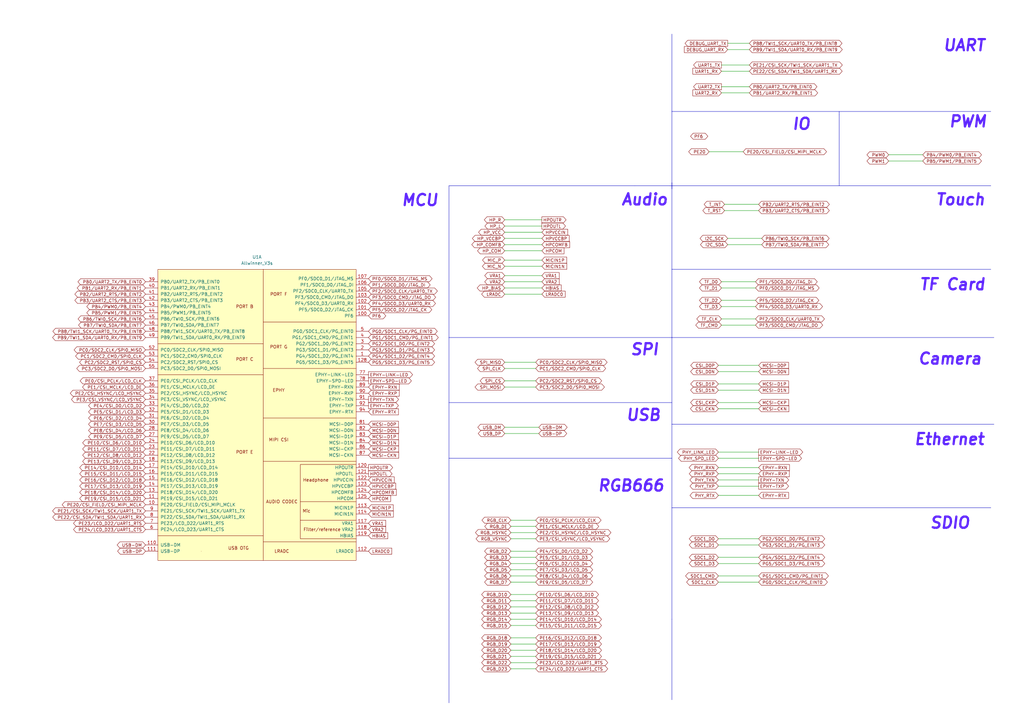
<source format=kicad_sch>
(kicad_sch (version 20231120) (generator "eeschema") (generator_version "8.0")
  (paper "A3")
  (lib_symbols
    (symbol "Allwinner_SiPs:Allwinner_V3s" (pin_names (offset 1.016))
      (property "Reference" "U" (at 0 69.85 0))
      (property "Value" "Allwinner_V3s" (at 0 67.31 0))
      (symbol "Allwinner_V3s_1_1"
        (text "AUDIO CODEC" (at 7.62 -34.29 0) (effects (font (size 1.27 1.27))))
        (text "EPHY" (at 6.35 11.43 0) (effects (font (size 1.27 1.27))))
        (text "Filter/reference" (at 24.13 -45.72 0) (effects (font (size 1.27 1.27))))
        (text "Headphone" (at 21.59 -25.4 0) (effects (font (size 1.27 1.27))))
        (text "LRADC" (at 7.62 -54.61 0) (effects (font (size 1.27 1.27))))
        (text "Mic" (at 17.78 -38.1 0) (effects (font (size 1.27 1.27))))
        (text "MIPI CSI" (at 6.35 -8.89 0) (effects (font (size 1.27 1.27))))
        (text "PORT B" (at -7.62 45.72 0) (effects (font (size 1.27 1.27))))
        (text "PORT C" (at -7.62 24.13 0) (effects (font (size 1.27 1.27))))
        (text "PORT E" (at -7.62 -13.97 0) (effects (font (size 1.27 1.27))))
        (text "PORT F" (at 6.35 50.8 0) (effects (font (size 1.27 1.27))))
        (text "PORT G" (at 6.35 29.21 0) (effects (font (size 1.27 1.27))))
        (text "USB OTG" (at -10.16 -53.34 0) (effects (font (size 1.27 1.27))))
        (pin bidirectional line (at 43.18 25.4 180) (length 5.08) (name "PG4/SDC1_D2/PG_EINT4") (number "1"))
        (pin bidirectional line (at -48.26 -35.56 0) (length 5.08) (name "PE20/CSI_FIELD/CSI_MIPI_MCLK") (number "10"))
        (pin bidirectional line (at 43.18 41.91 180) (length 5.08) (name "PF6") (number "100"))
        (pin bidirectional line (at 43.18 44.45 180) (length 5.08) (name "PF5/SDC0_D2/JTAG_CK") (number "101"))
        (pin bidirectional line (at 43.18 46.99 180) (length 5.08) (name "PF4/SDC0_D3/UART0_RX") (number "102"))
        (pin bidirectional line (at 43.18 49.53 180) (length 5.08) (name "PF3/SDC0_CMD/JTAG_DO") (number "103"))
        (pin bidirectional line (at 43.18 52.07 180) (length 5.08) (name "PF2/SDC0_CLK/UART0_TX") (number "105"))
        (pin bidirectional line (at 43.18 54.61 180) (length 5.08) (name "PF1/SDC0_D0/JTAG_DI") (number "106"))
        (pin bidirectional line (at 43.18 57.15 180) (length 5.08) (name "PF0/SDC0_D1/JTAG_MS") (number "107"))
        (pin bidirectional line (at -48.26 -33.02 0) (length 5.08) (name "PE19/CSI_D15/LCD_D21") (number "11"))
        (pin bidirectional line (at -48.26 -52.07 0) (length 5.08) (name "USB-DM") (number "110"))
        (pin bidirectional line (at -48.26 -54.61 0) (length 5.08) (name "USB-DP") (number "111"))
        (pin input line (at 43.18 -54.61 180) (length 5.08) (name "LRADC0") (number "112"))
        (pin input line (at 43.18 -36.83 180) (length 5.08) (name "MICIN1P") (number "113"))
        (pin input line (at 43.18 -39.37 180) (length 5.08) (name "MICIN1N") (number "114"))
        (pin input line (at 43.18 -43.18 180) (length 5.08) (name "VRA1") (number "117"))
        (pin input line (at 43.18 -45.72 180) (length 5.08) (name "VRA2") (number "118"))
        (pin input line (at 43.18 -48.26 180) (length 5.08) (name "HBIAS") (number "119"))
        (pin output line (at 43.18 -20.32 180) (length 5.08) (name "HPOUTR") (number "120"))
        (pin output line (at 43.18 -22.86 180) (length 5.08) (name "HPOUTL") (number "121"))
        (pin power_in line (at 43.18 -25.4 180) (length 5.08) (name "HPVCCIN") (number "122"))
        (pin input line (at 43.18 -27.94 180) (length 5.08) (name "HPVCCBP") (number "123"))
        (pin input line (at 43.18 -30.48 180) (length 5.08) (name "HPCOMFB") (number "124"))
        (pin input line (at 43.18 -33.02 180) (length 5.08) (name "HPCOM") (number "125"))
        (pin bidirectional line (at 43.18 22.86 180) (length 5.08) (name "PG5/SDC1_D3/PG_EINT5") (number "128"))
        (pin bidirectional line (at -48.26 -30.48 0) (length 5.08) (name "PE18/CSI_D14/LCD_D20") (number "13"))
        (pin bidirectional line (at -48.26 -27.94 0) (length 5.08) (name "PE17/CSI_D13/LCD_D19") (number "14"))
        (pin bidirectional line (at -48.26 -25.4 0) (length 5.08) (name "PE16/CSI_D12/LCD_D18") (number "15"))
        (pin bidirectional line (at -48.26 -22.86 0) (length 5.08) (name "PE15/CSI_D11/LCD_D15") (number "16"))
        (pin bidirectional line (at -48.26 -20.32 0) (length 5.08) (name "PE14/CSI_D10/LCD_D14") (number "17"))
        (pin bidirectional line (at -48.26 -17.78 0) (length 5.08) (name "PE13/CSI_D9/LCD_D13") (number "18"))
        (pin bidirectional line (at 43.18 27.94 180) (length 5.08) (name "PG3/SDC1_D1/PG_EINT3") (number "2"))
        (pin bidirectional line (at -48.26 -15.24 0) (length 5.08) (name "PE12/CSI_D8/LCD_D12") (number "22"))
        (pin bidirectional line (at -48.26 -12.7 0) (length 5.08) (name "PE11/CSI_D7/LCD_D11") (number "23"))
        (pin bidirectional line (at -48.26 -10.16 0) (length 5.08) (name "PE10/CSI_D6/LCD_D10") (number "24"))
        (pin bidirectional line (at -48.26 -7.62 0) (length 5.08) (name "PE9/CSI_D5/LCD_D7") (number "27"))
        (pin bidirectional line (at -48.26 -5.08 0) (length 5.08) (name "PE8/CSI_D4/LCD_D6") (number "28"))
        (pin bidirectional line (at 43.18 30.48 180) (length 5.08) (name "PG2/SDC1_D0/PG_EINT2") (number "3"))
        (pin bidirectional line (at -48.26 -2.54 0) (length 5.08) (name "PE7/CSI_D3/LCD_D5") (number "30"))
        (pin bidirectional line (at -48.26 0 0) (length 5.08) (name "PE6/CSI_D2/LCD_D4") (number "31"))
        (pin bidirectional line (at -48.26 2.54 0) (length 5.08) (name "PE5/CSI_D1/LCD_D3") (number "32"))
        (pin bidirectional line (at -48.26 5.08 0) (length 5.08) (name "PE4/CSI_D0/LCD_D2") (number "33"))
        (pin bidirectional line (at -48.26 7.62 0) (length 5.08) (name "PE3/CSI_VSYNC/LCD_VSYNC") (number "34"))
        (pin bidirectional line (at -48.26 10.16 0) (length 5.08) (name "PE2/CSI_HSYNC/LCD_HSYNC") (number "35"))
        (pin bidirectional line (at -48.26 12.7 0) (length 5.08) (name "PE1/CSI_MCLK/LCD_DE") (number "36"))
        (pin bidirectional line (at -48.26 15.24 0) (length 5.08) (name "PE0/CSI_PCLK/LCD_CLK") (number "37"))
        (pin bidirectional line (at -48.26 55.88 0) (length 5.08) (name "PB0/UART2_TX/PB_EINT0") (number "39"))
        (pin bidirectional line (at 43.18 33.02 180) (length 5.08) (name "PG1/SDC1_CMD/PG_EINT1") (number "4"))
        (pin bidirectional line (at -48.26 53.34 0) (length 5.08) (name "PB1/UART2_RX/PB_EINT1") (number "40"))
        (pin bidirectional line (at -48.26 50.8 0) (length 5.08) (name "PB2/UART2_RTS/PB_EINT2") (number "41"))
        (pin bidirectional line (at -48.26 48.26 0) (length 5.08) (name "PB3/UART2_CTS/PB_EINT3") (number "42"))
        (pin bidirectional line (at -48.26 45.72 0) (length 5.08) (name "PB4/PWM0/PB_EINT4") (number "43"))
        (pin bidirectional line (at -48.26 43.18 0) (length 5.08) (name "PB5/PWM1/PB_EINT5") (number "44"))
        (pin bidirectional line (at -48.26 40.64 0) (length 5.08) (name "PB6/TWI0_SCK/PB_EINT6") (number "45"))
        (pin bidirectional line (at -48.26 38.1 0) (length 5.08) (name "PB7/TWI0_SDA/PB_EINT7") (number "46"))
        (pin bidirectional line (at -48.26 35.56 0) (length 5.08) (name "PB8/TWI1_SCK/UART0_TX/PB_EINT8") (number "48"))
        (pin bidirectional line (at -48.26 33.02 0) (length 5.08) (name "PB9/TWI1_SDA/UART0_RX/PB_EINT9") (number "49"))
        (pin bidirectional line (at 43.18 35.56 180) (length 5.08) (name "PG0/SDC1_CLK/PG_EINT0") (number "5"))
        (pin bidirectional line (at -48.26 27.94 0) (length 5.08) (name "PC0/SDC2_CLK/SPI0_MISO") (number "52"))
        (pin bidirectional line (at -48.26 25.4 0) (length 5.08) (name "PC1/SDC2_CMD/SPI0_CLK") (number "53"))
        (pin bidirectional line (at -48.26 22.86 0) (length 5.08) (name "PC2/SDC2_RST/SPI0_CS") (number "54"))
        (pin bidirectional line (at -48.26 20.32 0) (length 5.08) (name "PC3/SDC2_D0/SPI0_MOSI") (number "55"))
        (pin bidirectional line (at -48.26 -45.72 0) (length 5.08) (name "PE24/LCD_D23/UART1_CTS") (number "6"))
        (pin bidirectional line (at -48.26 -43.18 0) (length 5.08) (name "PE23/LCD_D22/UART1_RTS") (number "7"))
        (pin output line (at 43.18 17.78 180) (length 5.08) (name "EPHY-LINK-LED") (number "77"))
        (pin output line (at 43.18 15.24 180) (length 5.08) (name "EPHY-SPD-LED") (number "78"))
        (pin bidirectional line (at -48.26 -40.64 0) (length 5.08) (name "PE22/CSI_SDA/TWI1_SDA/UART1_RX") (number "8"))
        (pin input line (at 43.18 -2.54 180) (length 5.08) (name "MCSI-D0P") (number "81"))
        (pin input line (at 43.18 -5.08 180) (length 5.08) (name "MCSI-D0N") (number "82"))
        (pin input line (at 43.18 -7.62 180) (length 5.08) (name "MCSI-D1P") (number "83"))
        (pin input line (at 43.18 -10.16 180) (length 5.08) (name "MCSI-D1N") (number "84"))
        (pin input line (at 43.18 -12.7 180) (length 5.08) (name "MCSI-CKP") (number "86"))
        (pin input line (at 43.18 -15.24 180) (length 5.08) (name "MCSI-CKN") (number "87"))
        (pin input line (at 43.18 12.7 180) (length 5.08) (name "EPHY-RXN") (number "89"))
        (pin bidirectional line (at -48.26 -38.1 0) (length 5.08) (name "PE21/CSI_SCK/TWI1_SCK/UART1_TX") (number "9"))
        (pin input line (at 43.18 10.16 180) (length 5.08) (name "EPHY-RXP") (number "90"))
        (pin output line (at 43.18 7.62 180) (length 5.08) (name "EPHY-TXN") (number "91"))
        (pin output line (at 43.18 5.08 180) (length 5.08) (name "EPHY-TXP") (number "92"))
        (pin input line (at 43.18 2.54 180) (length 5.08) (name "EPHY-RTX") (number "94"))
      )
      (symbol "Allwinner_V3s_2_1"
        (text "1.0 - 1.2 V" (at 6.35 -30.48 0) (effects (font (size 0.9906 0.9906))))
        (text "1.2 V" (at -6.35 -27.94 0) (effects (font (size 0.9906 0.9906))))
        (text "1.2 V" (at -6.35 -7.62 0) (effects (font (size 0.9906 0.9906))))
        (text "1.7 - 1.9 V" (at 5.08 -10.16 0) (effects (font (size 0.9906 0.9906))))
        (text "1.7 - 3.6 V" (at -10.16 39.37 0) (effects (font (size 0.9906 0.9906))))
        (text "2.7 - 3.3 V" (at -6.35 3.81 0) (effects (font (size 0.9906 0.9906))))
        (text "2.8 - 3.3 V" (at -6.35 19.05 0) (effects (font (size 0.9906 0.9906))))
        (text "2.8 - 3.6 V" (at 12.7 -35.56 0) (effects (font (size 0.9906 0.9906))))
        (text "3.0 - 3.45 V" (at -6.35 8.89 0) (effects (font (size 0.9906 0.9906))))
        (text "3.0 - 3.6 V" (at -6.35 13.97 0) (effects (font (size 0.9906 0.9906))))
        (text "3.0 - 3.6 V" (at 6.35 26.67 0) (effects (font (size 0.9906 0.9906))))
        (text "DRAM" (at 6.35 10.16 0) (effects (font (size 1.27 1.27))))
        (text "RTC" (at 6.35 21.59 0) (effects (font (size 1.27 1.27))))
        (text "SYS" (at 6.35 34.29 0) (effects (font (size 1.27 1.27))))
        (pin power_in line (at -27.94 36.83 0) (length 5.08) (name "VCC-IO0(PB)") (number "104"))
        (pin power_in line (at -27.94 -3.81 0) (length 5.08) (name "VDD-SYS1") (number "108"))
        (pin power_in line (at -27.94 8.89 0) (length 5.08) (name "VCC-USB") (number "109"))
        (pin power_in line (at -27.94 19.05 0) (length 5.08) (name "AVCC") (number "115"))
        (pin power_in line (at -1.27 -46.99 90) (length 5.08) (name "AGND") (number "116"))
        (pin power_in line (at -27.94 26.67 0) (length 5.08) (name "VCC-PE0") (number "12"))
        (pin power_in line (at -27.94 -6.35 0) (length 5.08) (name "VDD-SYS2") (number "126"))
        (pin power_in line (at -27.94 34.29 0) (length 5.08) (name "VCC-IO1(PC)") (number "127"))
        (pin power_in line (at 2.54 -46.99 90) (length 5.08) (name "EGND") (number "129"))
        (pin power_in line (at -27.94 -8.89 0) (length 5.08) (name "VDD-SYS3") (number "19"))
        (pin power_in line (at -27.94 -27.94 0) (length 5.08) (name "VDD-CPU3") (number "20"))
        (pin power_in line (at -27.94 -25.4 0) (length 5.08) (name "VDD-CPU2") (number "21"))
        (pin power_in line (at -27.94 -22.86 0) (length 5.08) (name "VDD-CPU1") (number "25"))
        (pin power_in line (at -27.94 -20.32 0) (length 5.08) (name "VDD-CPU0") (number "26"))
        (pin power_in line (at -27.94 24.13 0) (length 5.08) (name "VCC-PE1") (number "29"))
        (pin power_in line (at -27.94 -30.48 0) (length 5.08) (name "VDD-CPU4") (number "38"))
        (pin power_in line (at -27.94 -33.02 0) (length 5.08) (name "VDD-CPU5") (number "47"))
        (pin power_in line (at -27.94 29.21 0) (length 5.08) (name "VCC-IO3(PG)") (number "50"))
        (pin power_in line (at -27.94 -35.56 0) (length 5.08) (name "VDD-CPU6") (number "51"))
        (pin power_in line (at -27.94 -38.1 0) (length 5.08) (name "VDD-CPU7") (number "56"))
        (pin power_in line (at -27.94 31.75 0) (length 5.08) (name "VCC-IO2(PF)") (number "57"))
        (pin power_in line (at -27.94 -11.43 0) (length 5.08) (name "VDD-SYS4") (number "58"))
        (pin power_in line (at 27.94 -17.78 180) (length 5.08) (name "VCC-DRAM8") (number "59"))
        (pin power_in line (at 27.94 -20.32 180) (length 5.08) (name "VCC-DRAM9") (number "60"))
        (pin power_in line (at 27.94 -22.86 180) (length 5.08) (name "VCC-DRAM10") (number "61"))
        (pin power_in line (at 27.94 -25.4 180) (length 5.08) (name "VCC-DRAM11") (number "62"))
        (pin input line (at 27.94 7.62 180) (length 5.08) (name "SVREF1") (number "63"))
        (pin power_in line (at -27.94 -13.97 0) (length 5.08) (name "VDD-SYS5") (number "64"))
        (pin power_in line (at 27.94 2.54 180) (length 5.08) (name "VCC-DRAM0") (number "65"))
        (pin power_in line (at 27.94 0 180) (length 5.08) (name "VCC-DRAM1") (number "66"))
        (pin power_in line (at 27.94 -2.54 180) (length 5.08) (name "VCC-DRAM2") (number "67"))
        (pin power_in line (at 27.94 -5.08 180) (length 5.08) (name "VCC-DRAM3") (number "68"))
        (pin power_in line (at 27.94 -7.62 180) (length 5.08) (name "VCC-DRAM4") (number "69"))
        (pin power_in line (at 27.94 -10.16 180) (length 5.08) (name "VCC-DRAM5") (number "70"))
        (pin input line (at 27.94 10.16 180) (length 5.08) (name "SVREF0") (number "71"))
        (pin power_in line (at 27.94 -12.7 180) (length 5.08) (name "VCC-DRAM6") (number "72"))
        (pin input line (at 27.94 12.7 180) (length 5.08) (name "SZQ") (number "73"))
        (pin output line (at 27.94 31.75 180) (length 5.08) (name "X24MOUT") (number "74"))
        (pin input line (at 27.94 34.29 180) (length 5.08) (name "X24MIN") (number "75"))
        (pin power_in line (at -27.94 3.81 0) (length 5.08) (name "VCC-PLL") (number "76"))
        (pin power_in line (at 27.94 -15.24 180) (length 5.08) (name "VCC-DRAM7") (number "79"))
        (pin power_in line (at -27.94 -1.27 0) (length 5.08) (name "VDD-SYS0") (number "80"))
        (pin power_in line (at -27.94 13.97 0) (length 5.08) (name "VCC-MCSI") (number "85"))
        (pin power_in line (at 27.94 -30.48 180) (length 5.08) (name "EPHY-VDD") (number "88"))
        (pin power_in line (at 27.94 -38.1 180) (length 5.08) (name "EPHY-VCC") (number "93"))
        (pin output line (at 27.94 17.78 180) (length 5.08) (name "X32KOUT") (number "95"))
        (pin input line (at 27.94 20.32 180) (length 5.08) (name "X32KIN") (number "96"))
        (pin power_out line (at 27.94 24.13 180) (length 5.08) (name "RTC-VIO") (number "97"))
        (pin power_in line (at 27.94 26.67 180) (length 5.08) (name "VCC-RTC") (number "98"))
        (pin input line (at 27.94 38.1 180) (length 5.08) (name "~{RESET}") (number "99"))
      )
    )
  )
  (wire (pts (xy 295.91 29.21) (xy 307.34 29.21)))
  (wire (pts (xy 207.01 120.65) (xy 222.25 120.65)))
  (wire (pts (xy 209.55 220.98) (xy 219.71 220.98)))
  (wire (pts (xy 207.01 156.21) (xy 219.71 156.21)))
  (wire (pts (xy 207.01 158.75) (xy 219.71 158.75)))
  (wire (pts (xy 304.8 62.23) (xy 290.83 62.23)))
  (wire (pts (xy 294.64 187.96) (xy 311.15 187.96)))
  (wire (pts (xy 207.01 113.03) (xy 222.25 113.03)))
  (wire (pts (xy 209.55 256.54) (xy 219.71 256.54)))
  (wire (pts (xy 207.01 92.71) (xy 222.25 92.71)))
  (wire (pts (xy 207.01 90.17) (xy 222.25 90.17)))
  (wire (pts (xy 207.01 148.59) (xy 219.71 148.59)))
  (wire (pts (xy 311.15 83.82) (xy 297.18 83.82)))
  (wire (pts (xy 207.01 118.11) (xy 222.25 118.11)))
  (polyline (pts (xy 275.59 138.43) (xy 407.67 138.43)))
  (wire (pts (xy 378.46 63.5) (xy 364.49 63.5)))
  (wire (pts (xy 294.64 199.39) (xy 311.15 199.39)))
  (polyline (pts (xy 184.15 76.2) (xy 184.15 138.43)))
  (wire (pts (xy 294.64 203.2) (xy 311.15 203.2)))
  (wire (pts (xy 312.42 100.33) (xy 298.45 100.33)))
  (wire (pts (xy 378.46 66.04) (xy 364.49 66.04)))
  (wire (pts (xy 209.55 274.32) (xy 219.71 274.32)))
  (polyline (pts (xy 260.35 76.2) (xy 184.15 76.2)))
  (wire (pts (xy 209.55 264.16) (xy 219.71 264.16)))
  (wire (pts (xy 295.91 118.11) (xy 309.88 118.11)))
  (wire (pts (xy 209.55 231.14) (xy 219.71 231.14)))
  (wire (pts (xy 295.91 115.57) (xy 309.88 115.57)))
  (wire (pts (xy 207.01 95.25) (xy 222.25 95.25)))
  (wire (pts (xy 311.15 236.22) (xy 294.64 236.22)))
  (polyline (pts (xy 275.59 110.49) (xy 275.59 138.43)))
  (polyline (pts (xy 275.59 208.28) (xy 275.59 254)))
  (wire (pts (xy 295.91 35.56) (xy 307.34 35.56)))
  (wire (pts (xy 295.91 26.67) (xy 307.34 26.67)))
  (polyline (pts (xy 275.59 76.2) (xy 406.4 76.2)))
  (wire (pts (xy 311.15 86.36) (xy 297.18 86.36)))
  (polyline (pts (xy 184.15 138.43) (xy 184.15 288.29)))
  (wire (pts (xy 294.64 157.48) (xy 311.15 157.48)))
  (wire (pts (xy 207.01 97.79) (xy 222.25 97.79)))
  (wire (pts (xy 207.01 100.33) (xy 222.25 100.33)))
  (wire (pts (xy 294.64 152.4) (xy 311.15 152.4)))
  (wire (pts (xy 298.45 20.32) (xy 307.34 20.32)))
  (polyline (pts (xy 344.17 46.99) (xy 344.17 76.2)))
  (polyline (pts (xy 275.59 138.43) (xy 184.15 138.43)))
  (wire (pts (xy 207.01 151.13) (xy 219.71 151.13)))
  (polyline (pts (xy 275.59 110.49) (xy 406.4 110.49)))
  (wire (pts (xy 209.55 243.84) (xy 219.71 243.84)))
  (polyline (pts (xy 275.59 45.72) (xy 275.59 110.49)))
  (polyline (pts (xy 275.59 173.99) (xy 275.59 208.28)))
  (wire (pts (xy 207.01 106.68) (xy 222.25 106.68)))
  (wire (pts (xy 311.15 231.14) (xy 294.64 231.14)))
  (wire (pts (xy 209.55 238.76) (xy 219.71 238.76)))
  (polyline (pts (xy 344.17 45.72) (xy 344.17 46.99)))
  (polyline (pts (xy 275.59 74.93) (xy 275.59 77.47)))
  (wire (pts (xy 298.45 17.78) (xy 307.34 17.78)))
  (wire (pts (xy 207.01 102.87) (xy 222.25 102.87)))
  (polyline (pts (xy 275.59 254) (xy 275.59 287.02)))
  (wire (pts (xy 295.91 125.73) (xy 309.88 125.73)))
  (wire (pts (xy 209.55 266.7) (xy 219.71 266.7)))
  (polyline (pts (xy 184.15 187.96) (xy 275.59 187.96)))
  (wire (pts (xy 294.64 149.86) (xy 311.15 149.86)))
  (polyline (pts (xy 275.59 13.97) (xy 275.59 45.72)))
  (wire (pts (xy 295.91 38.1) (xy 307.34 38.1)))
  (wire (pts (xy 295.91 130.81) (xy 309.88 130.81)))
  (wire (pts (xy 209.55 236.22) (xy 219.71 236.22)))
  (wire (pts (xy 294.64 160.02) (xy 311.15 160.02)))
  (wire (pts (xy 209.55 246.38) (xy 219.71 246.38)))
  (polyline (pts (xy 275.59 208.28) (xy 406.4 208.28)))
  (wire (pts (xy 209.55 254) (xy 219.71 254)))
  (polyline (pts (xy 260.35 76.2) (xy 275.59 76.2)))
  (wire (pts (xy 311.15 228.6) (xy 294.64 228.6)))
  (wire (pts (xy 295.91 133.35) (xy 309.88 133.35)))
  (wire (pts (xy 294.64 185.42) (xy 311.15 185.42)))
  (wire (pts (xy 207.01 175.26) (xy 220.98 175.26)))
  (polyline (pts (xy 275.59 173.99) (xy 275.59 138.43)))
  (wire (pts (xy 294.64 194.31) (xy 311.15 194.31)))
  (wire (pts (xy 295.91 123.19) (xy 309.88 123.19)))
  (polyline (pts (xy 407.67 173.99) (xy 275.59 173.99)))
  (wire (pts (xy 209.55 213.36) (xy 219.71 213.36)))
  (wire (pts (xy 209.55 251.46) (xy 219.71 251.46)))
  (polyline (pts (xy 184.15 165.1) (xy 275.59 165.1)))
  (wire (pts (xy 312.42 97.79) (xy 298.45 97.79)))
  (wire (pts (xy 311.15 238.76) (xy 294.64 238.76)))
  (wire (pts (xy 207.01 115.57) (xy 222.25 115.57)))
  (wire (pts (xy 294.64 167.64) (xy 311.15 167.64)))
  (wire (pts (xy 311.15 223.52) (xy 294.64 223.52)))
  (wire (pts (xy 311.15 220.98) (xy 294.64 220.98)))
  (wire (pts (xy 209.55 218.44) (xy 219.71 218.44)))
  (wire (pts (xy 207.01 177.8) (xy 220.98 177.8)))
  (wire (pts (xy 294.64 165.1) (xy 311.15 165.1)))
  (wire (pts (xy 294.64 191.77) (xy 311.15 191.77)))
  (wire (pts (xy 294.64 196.85) (xy 311.15 196.85)))
  (wire (pts (xy 209.55 215.9) (xy 219.71 215.9)))
  (wire (pts (xy 207.01 109.22) (xy 222.25 109.22)))
  (wire (pts (xy 209.55 233.68) (xy 219.71 233.68)))
  (wire (pts (xy 209.55 271.78) (xy 219.71 271.78)))
  (wire (pts (xy 209.55 228.6) (xy 219.71 228.6)))
  (polyline (pts (xy 275.59 45.72) (xy 406.4 45.72)))
  (wire (pts (xy 209.55 269.24) (xy 219.71 269.24)))
  (wire (pts (xy 209.55 248.92) (xy 219.71 248.92)))
  (wire (pts (xy 209.55 261.62) (xy 219.71 261.62)))
  (wire (pts (xy 209.55 226.06) (xy 219.71 226.06)))
  (text "TF Card\n" (at 390.652 116.84 0) (effects (font (size 4.572 4.572) (thickness 0.9144) (bold yes) (italic yes))))
  (text "USB\n" (at 263.906 170.434 0) (effects (font (size 4.572 4.572) (thickness 0.9144) (bold yes) (italic yes))))
  (text "SPI\n" (at 264.414 143.51 0) (effects (font (size 4.572 4.572) (thickness 0.9144) (bold yes) (italic yes))))
  (text "MCU\n" (at 172.212 82.296 0) (effects (font (size 4.572 4.572) (thickness 0.9144) (bold yes) (italic yes))))
  (text "Camera" (at 389.636 147.32 0) (effects (font (size 4.572 4.572) (thickness 0.9144) (bold yes) (italic yes))))
  (text "UART" (at 395.478 18.796 0) (effects (font (size 4.572 4.572) (thickness 0.9144) (bold yes) (italic yes))))
  (text "PWM" (at 397.002 50.038 0) (effects (font (size 4.572 4.572) (thickness 0.9144) (bold yes) (italic yes))))
  (text "Audio" (at 264.414 82.042 0) (effects (font (size 4.572 4.572) (thickness 0.9144) (bold yes) (italic yes))))
  (text "SDIO\n" (at 389.636 214.63 0) (effects (font (size 4.572 4.572) (thickness 0.9144) (bold yes) (italic yes))))
  (text "Touch" (at 393.954 82.042 0) (effects (font (size 4.572 4.572) (thickness 0.9144) (bold yes) (italic yes))))
  (text "Ethernet" (at 389.382 180.34 0) (effects (font (size 4.572 4.572) (thickness 0.9144) (bold yes) (italic yes))))
  (text "RGB666\n" (at 258.826 199.39 0) (effects (font (size 4.572 4.572) (thickness 0.9144) (bold yes) (italic yes))))
  (text "IO" (at 328.676 51.054 0) (effects (font (size 4.572 4.572) (thickness 0.9144) (bold yes) (italic yes))))
  (global_label "PF2/SDC0_CLK/UART0_TX" (shape bidirectional) (at 151.13 119.38 0) (property "Intersheetrefs" "${INTERSHEET_REFS}" (effects (hide yes))))
  (global_label "USB_DM" (shape bidirectional) (at 207.01 175.26 180) (property "Intersheetrefs" "${INTERSHEET_REFS}" (effects (hide yes))))
  (global_label "PB7/TWI0_SDA/PB_EINT7" (shape bidirectional) (at 312.42 100.33 0) (property "Intersheetrefs" "${INTERSHEET_REFS}" (effects (hide yes))))
  (global_label "MCSI-D1P" (shape input) (at 311.15 157.48 0) (property "Intersheetrefs" "${INTERSHEET_REFS}" (effects (hide yes))))
  (global_label "PF4/SDC0_D3/UART0_RX" (shape bidirectional) (at 309.88 125.73 0) (property "Intersheetrefs" "${INTERSHEET_REFS}" (effects (hide yes))))
  (global_label "PHY_RTX" (shape bidirectional) (at 294.64 203.2 180) (property "Intersheetrefs" "${INTERSHEET_REFS}" (effects (hide yes))))
  (global_label "PE6/CSI_D2/LCD_D4" (shape bidirectional) (at 59.69 171.45 180) (property "Intersheetrefs" "${INTERSHEET_REFS}" (effects (hide yes))))
  (global_label "PG4/SDC1_D2/PG_EINT4" (shape bidirectional) (at 311.15 228.6 0) (property "Intersheetrefs" "${INTERSHEET_REFS}" (effects (hide yes))))
  (global_label "RGB_D20" (shape bidirectional) (at 209.55 266.7 180) (property "Intersheetrefs" "${INTERSHEET_REFS}" (effects (hide yes))))
  (global_label "PC1/SDC2_CMD/SPI0_CLK" (shape bidirectional) (at 59.69 146.05 180) (property "Intersheetrefs" "${INTERSHEET_REFS}" (effects (hide yes))))
  (global_label "PE11/CSI_D7/LCD_D11" (shape bidirectional) (at 59.69 184.15 180) (property "Intersheetrefs" "${INTERSHEET_REFS}" (effects (hide yes))))
  (global_label "RGB_D13" (shape bidirectional) (at 209.55 251.46 180) (property "Intersheetrefs" "${INTERSHEET_REFS}" (effects (hide yes))))
  (global_label "MCSI-D0P" (shape input) (at 311.15 149.86 0) (property "Intersheetrefs" "${INTERSHEET_REFS}" (effects (hide yes))))
  (global_label "PB3/UART2_CTS/PB_EINT3" (shape bidirectional) (at 311.15 86.36 0) (property "Intersheetrefs" "${INTERSHEET_REFS}" (effects (hide yes))))
  (global_label "HP_VCCBP" (shape bidirectional) (at 207.01 97.79 180) (property "Intersheetrefs" "${INTERSHEET_REFS}" (effects (hide yes))))
  (global_label "CSI_CKP" (shape bidirectional) (at 294.64 165.1 180) (property "Intersheetrefs" "${INTERSHEET_REFS}" (effects (hide yes))))
  (global_label "HPCOMFB" (shape input) (at 151.13 201.93 0) (property "Intersheetrefs" "${INTERSHEET_REFS}" (effects (hide yes))))
  (global_label "PB2/UART2_RTS/PB_EINT2" (shape bidirectional) (at 59.69 120.65 180) (property "Intersheetrefs" "${INTERSHEET_REFS}" (effects (hide yes))))
  (global_label "PE18/CSI_D14/LCD_D20" (shape bidirectional) (at 219.71 266.7 0) (property "Intersheetrefs" "${INTERSHEET_REFS}" (effects (hide yes))))
  (global_label "RGB_D21" (shape bidirectional) (at 209.55 269.24 180) (property "Intersheetrefs" "${INTERSHEET_REFS}" (effects (hide yes))))
  (global_label "CSI_CKN" (shape bidirectional) (at 294.64 167.64 180) (property "Intersheetrefs" "${INTERSHEET_REFS}" (effects (hide yes))))
  (global_label "RGB_D3" (shape bidirectional) (at 209.55 228.6 180) (property "Intersheetrefs" "${INTERSHEET_REFS}" (effects (hide yes))))
  (global_label "PG4/SDC1_D2/PG_EINT4" (shape bidirectional) (at 151.13 146.05 0) (property "Intersheetrefs" "${INTERSHEET_REFS}" (effects (hide yes))))
  (global_label "PC0/SDC2_CLK/SPI0_MISO" (shape bidirectional) (at 219.71 148.59 0) (property "Intersheetrefs" "${INTERSHEET_REFS}" (effects (hide yes))))
  (global_label "SPI_CS" (shape bidirectional) (at 207.01 156.21 180) (property "Intersheetrefs" "${INTERSHEET_REFS}" (effects (hide yes))))
  (global_label "SPI_CLK" (shape bidirectional) (at 207.01 151.13 180) (property "Intersheetrefs" "${INTERSHEET_REFS}" (effects (hide yes))))
  (global_label "PE19/CSI_D15/LCD_D21" (shape bidirectional) (at 219.71 269.24 0) (property "Intersheetrefs" "${INTERSHEET_REFS}" (effects (hide yes))))
  (global_label "PE9/CSI_D5/LCD_D7" (shape bidirectional) (at 59.69 179.07 180) (property "Intersheetrefs" "${INTERSHEET_REFS}" (effects (hide yes))))
  (global_label "UART1_RX" (shape input) (at 295.91 29.21 180) (property "Intersheetrefs" "${INTERSHEET_REFS}" (effects (hide yes))))
  (global_label "VRA2" (shape input) (at 151.13 217.17 0) (property "Intersheetrefs" "${INTERSHEET_REFS}" (effects (hide yes))))
  (global_label "PE0/CSI_PCLK/LCD_CLK" (shape bidirectional) (at 59.69 156.21 180) (property "Intersheetrefs" "${INTERSHEET_REFS}" (effects (hide yes))))
  (global_label "RGB_D22" (shape bidirectional) (at 209.55 271.78 180) (property "Intersheetrefs" "${INTERSHEET_REFS}" (effects (hide yes))))
  (global_label "CSI_D0P" (shape bidirectional) (at 294.64 149.86 180) (property "Intersheetrefs" "${INTERSHEET_REFS}" (effects (hide yes))))
  (global_label "PWM1" (shape bidirectional) (at 364.49 66.04 180) (property "Intersheetrefs" "${INTERSHEET_REFS}" (effects (hide yes))))
  (global_label "PB9{slash}TWI1_SDA{slash}UART0_RX{slash}PB_EINT9" (shape bidirectional) (at 307.34 20.32 0) (property "Intersheetrefs" "${INTERSHEET_REFS}" (effects (hide yes))))
  (global_label "RGB_VSYNC" (shape bidirectional) (at 209.55 220.98 180) (property "Intersheetrefs" "${INTERSHEET_REFS}" (effects (hide yes))))
  (global_label "EPHY-TXP" (shape output) (at 151.13 166.37 0) (property "Intersheetrefs" "${INTERSHEET_REFS}" (effects (hide yes))))
  (global_label "PE10/CSI_D6/LCD_D10" (shape bidirectional) (at 219.71 243.84 0) (property "Intersheetrefs" "${INTERSHEET_REFS}" (effects (hide yes))))
  (global_label "PE17/CSI_D13/LCD_D19" (shape bidirectional) (at 59.69 199.39 180) (property "Intersheetrefs" "${INTERSHEET_REFS}" (effects (hide yes))))
  (global_label "RGB_HSYNC" (shape bidirectional) (at 209.55 218.44 180) (property "Intersheetrefs" "${INTERSHEET_REFS}" (effects (hide yes))))
  (global_label "PB7/TWI0_SDA/PB_EINT7" (shape bidirectional) (at 59.69 133.35 180) (property "Intersheetrefs" "${INTERSHEET_REFS}" (effects (hide yes))))
  (global_label "SPI_MISO" (shape bidirectional) (at 207.01 148.59 180) (property "Intersheetrefs" "${INTERSHEET_REFS}" (effects (hide yes))))
  (global_label "PE24/LCD_D23/UART1_CTS" (shape bidirectional) (at 219.71 274.32 0) (property "Intersheetrefs" "${INTERSHEET_REFS}" (effects (hide yes))))
  (global_label "PC1/SDC2_CMD/SPI0_CLK" (shape bidirectional) (at 219.71 151.13 0) (property "Intersheetrefs" "${INTERSHEET_REFS}" (effects (hide yes))))
  (global_label "PE2/CSI_HSYNC/LCD_HSYNC" (shape bidirectional) (at 59.69 161.29 180) (property "Intersheetrefs" "${INTERSHEET_REFS}" (effects (hide yes))))
  (global_label "PC2/SDC2_RST/SPI0_CS" (shape bidirectional) (at 219.71 156.21 0) (property "Intersheetrefs" "${INTERSHEET_REFS}" (effects (hide yes))))
  (global_label "LRADC0" (shape input) (at 151.13 226.06 0) (property "Intersheetrefs" "${INTERSHEET_REFS}" (effects (hide yes))))
  (global_label "HPVCCBP" (shape input) (at 151.13 199.39 0) (property "Intersheetrefs" "${INTERSHEET_REFS}" (effects (hide yes))))
  (global_label "EPHY-SPD-LED" (shape output) (at 311.15 187.96 0) (property "Intersheetrefs" "${INTERSHEET_REFS}" (effects (hide yes))))
  (global_label "PE5/CSI_D1/LCD_D3" (shape bidirectional) (at 59.69 168.91 180) (property "Intersheetrefs" "${INTERSHEET_REFS}" (effects (hide yes))))
  (global_label "EPHY-RXP" (shape input) (at 311.15 194.31 0) (property "Intersheetrefs" "${INTERSHEET_REFS}" (effects (hide yes))))
  (global_label "PE15/CSI_D11/LCD_D15" (shape bidirectional) (at 59.69 194.31 180) (property "Intersheetrefs" "${INTERSHEET_REFS}" (effects (hide yes))))
  (global_label "HPVCCIN" (shape input) (at 222.25 95.25 0) (property "Intersheetrefs" "${INTERSHEET_REFS}" (effects (hide yes))))
  (global_label "SDC1_D1" (shape bidirectional) (at 294.64 223.52 180) (property "Intersheetrefs" "${INTERSHEET_REFS}" (effects (hide yes))))
  (global_label "VRA1" (shape input) (at 222.25 113.03 0) (property "Intersheetrefs" "${INTERSHEET_REFS}" (effects (hide yes))))
  (global_label "MICIN1P" (shape input) (at 151.13 208.28 0) (property "Intersheetrefs" "${INTERSHEET_REFS}" (effects (hide yes))))
  (global_label "MCSI-CKP" (shape input) (at 311.15 165.1 0) (property "Intersheetrefs" "${INTERSHEET_REFS}" (effects (hide yes))))
  (global_label "PE14/CSI_D10/LCD_D14" (shape bidirectional) (at 219.71 254 0) (property "Intersheetrefs" "${INTERSHEET_REFS}" (effects (hide yes))))
  (global_label "PE19/CSI_D15/LCD_D21" (shape bidirectional) (at 59.69 204.47 180) (property "Intersheetrefs" "${INTERSHEET_REFS}" (effects (hide yes))))
  (global_label "SDC1_CLK" (shape bidirectional) (at 294.64 238.76 180) (property "Intersheetrefs" "${INTERSHEET_REFS}" (effects (hide yes))))
  (global_label "PF6" (shape bidirectional) (at 283.21 55.88 0) (property "Intersheetrefs" "${INTERSHEET_REFS}" (effects (hide yes))))
  (global_label "PG2/SDC1_D0/PG_EINT2" (shape bidirectional) (at 311.15 220.98 0) (property "Intersheetrefs" "${INTERSHEET_REFS}" (effects (hide yes))))
  (global_label "PE21/CSI_SCK/TWI1_SCK/UART1_TX" (shape bidirectional) (at 59.69 209.55 180) (property "Intersheetrefs" "${INTERSHEET_REFS}" (effects (hide yes))))
  (global_label "PB6/TWI0_SCK/PB_EINT6" (shape bidirectional) (at 312.42 97.79 0) (property "Intersheetrefs" "${INTERSHEET_REFS}" (effects (hide yes))))
  (global_label "PE11/CSI_D7/LCD_D11" (shape bidirectional) (at 219.71 246.38 0) (property "Intersheetrefs" "${INTERSHEET_REFS}" (effects (hide yes))))
  (global_label "PWM0" (shape bidirectional) (at 364.49 63.5 180) (property "Intersheetrefs" "${INTERSHEET_REFS}" (effects (hide yes))))
  (global_label "CSI_D1N" (shape bidirectional) (at 294.64 160.02 180) (property "Intersheetrefs" "${INTERSHEET_REFS}" (effects (hide yes))))
  (global_label "HP_BIAS" (shape bidirectional) (at 207.01 118.11 180) (property "Intersheetrefs" "${INTERSHEET_REFS}" (effects (hide yes))))
  (global_label "PE8/CSI_D4/LCD_D6" (shape bidirectional) (at 219.71 236.22 0) (property "Intersheetrefs" "${INTERSHEET_REFS}" (effects (hide yes))))
  (global_label "SDC1_D2" (shape bidirectional) (at 294.64 228.6 180) (property "Intersheetrefs" "${INTERSHEET_REFS}" (effects (hide yes))))
  (global_label "EPHY-LINK-LED" (shape output) (at 311.15 185.42 0) (property "Intersheetrefs" "${INTERSHEET_REFS}" (effects (hide yes))))
  (global_label "PE16/CSI_D12/LCD_D18" (shape bidirectional) (at 59.69 196.85 180) (property "Intersheetrefs" "${INTERSHEET_REFS}" (effects (hide yes))))
  (global_label "MICIN1N" (shape input) (at 222.25 109.22 0) (property "Intersheetrefs" "${INTERSHEET_REFS}" (effects (hide yes))))
  (global_label "PE22/CSI_SDA/TWI1_SDA/UART1_RX" (shape bidirectional) (at 59.69 212.09 180) (property "Intersheetrefs" "${INTERSHEET_REFS}" (effects (hide yes))))
  (global_label "EPHY-SPD-LED" (shape output) (at 151.13 156.21 0) (property "Intersheetrefs" "${INTERSHEET_REFS}" (effects (hide yes))))
  (global_label "VRA1" (shape bidirectional) (at 207.01 113.03 180) (property "Intersheetrefs" "${INTERSHEET_REFS}" (effects (hide yes))))
  (global_label "PE7/CSI_D3/LCD_D5" (shape bidirectional) (at 59.69 173.99 180) (property "Intersheetrefs" "${INTERSHEET_REFS}" (effects (hide yes))))
  (global_label "MICIN1N" (shape input) (at 151.13 210.82 0) (property "Intersheetrefs" "${INTERSHEET_REFS}" (effects (hide yes))))
  (global_label "PE20/CSI_FIELD/CSI_MIPI_MCLK" (shape bidirectional) (at 304.8 62.23 0) (property "Intersheetrefs" "${INTERSHEET_REFS}" (effects (hide yes))))
  (global_label "PE3/CSI_VSYNC/LCD_VSYNC" (shape bidirectional) (at 219.71 220.98 0) (property "Intersheetrefs" "${INTERSHEET_REFS}" (effects (hide yes))))
  (global_label "TF_D2" (shape bidirectional) (at 295.91 123.19 180) (property "Intersheetrefs" "${INTERSHEET_REFS}" (effects (hide yes))))
  (global_label "RGB_CLK" (shape bidirectional) (at 209.55 213.36 180) (property "Intersheetrefs" "${INTERSHEET_REFS}" (effects (hide yes))))
  (global_label "PC0/SDC2_CLK/SPI0_MISO" (shape bidirectional) (at 59.69 143.51 180) (property "Intersheetrefs" "${INTERSHEET_REFS}" (effects (hide yes))))
  (global_label "PG0/SDC1_CLK/PG_EINT0" (shape bidirectional) (at 311.15 238.76 0) (property "Intersheetrefs" "${INTERSHEET_REFS}" (effects (hide yes))))
  (global_label "HBIAS" (shape input) (at 222.25 118.11 0) (property "Intersheetrefs" "${INTERSHEET_REFS}" (effects (hide yes))))
  (global_label "HP_R" (shape bidirectional) (at 207.01 90.17 180) (property "Intersheetrefs" "${INTERSHEET_REFS}" (effects (hide yes))))
  (global_label "PG3/SDC1_D1/PG_EINT3" (shape bidirectional) (at 151.13 143.51 0) (property "Intersheetrefs" "${INTERSHEET_REFS}" (effects (hide yes))))
  (global_label "RGB_D15" (shape bidirectional) (at 209.55 256.54 180) (property "Intersheetrefs" "${INTERSHEET_REFS}" (effects (hide yes))))
  (global_label "HP_COM" (shape bidirectional) (at 207.01 102.87 180) (property "Intersheetrefs" "${INTERSHEET_REFS}" (effects (hide yes))))
  (global_label "VRA2" (shape input) (at 222.25 115.57 0) (property "Intersheetrefs" "${INTERSHEET_REFS}" (effects (hide yes))))
  (global_label "DEBUG_UART_RX" (shape input) (at 298.45 20.32 180) (property "Intersheetrefs" "${INTERSHEET_REFS}" (effects (hide yes))))
  (global_label "EPHY-RXP" (shape input) (at 151.13 161.29 0) (property "Intersheetrefs" "${INTERSHEET_REFS}" (effects (hide yes))))
  (global_label "PHY_TXP" (shape bidirectional) (at 294.64 199.39 180) (property "Intersheetrefs" "${INTERSHEET_REFS}" (effects (hide yes))))
  (global_label "PE22{slash}CSI_SDA{slash}TWI1_SDA{slash}UART1_RX" (shape bidirectional) (at 307.34 29.21 0) (property "Intersheetrefs" "${INTERSHEET_REFS}" (effects (hide yes))))
  (global_label "PF0/SDC0_D1/JTAG_MS" (shape bidirectional) (at 151.13 114.3 0) (property "Intersheetrefs" "${INTERSHEET_REFS}" (effects (hide yes))))
  (global_label "MCSI-CKN" (shape input) (at 311.15 167.64 0) (property "Intersheetrefs" "${INTERSHEET_REFS}" (effects (hide yes))))
  (global_label "PB4/PWM0/PB_EINT4" (shape bidirectional) (at 59.69 125.73 180) (property "Intersheetrefs" "${INTERSHEET_REFS}" (effects (hide yes))))
  (global_label "T_INT" (shape bidirectional) (at 297.18 83.82 180) (property "Intersheetrefs" "${INTERSHEET_REFS}" (effects (hide yes))))
  (global_label "RGB_D6" (shape bidirectional) (at 209.55 236.22 180) (property "Intersheetrefs" "${INTERSHEET_REFS}" (effects (hide yes))))
  (global_label "MCSI-CKN" (shape input) (at 151.13 186.69 0) (property "Intersheetrefs" "${INTERSHEET_REFS}" (effects (hide yes))))
  (global_label "USB_DP" (shape bidirectional) (at 207.01 177.8 180) (property "Intersheetrefs" "${INTERSHEET_REFS}" (effects (hide yes))))
  (global_label "PE8/CSI_D4/LCD_D6" (shape bidirectional) (at 59.69 176.53 180) (property "Intersheetrefs" "${INTERSHEET_REFS}" (effects (hide yes))))
  (global_label "RGB_D2" (shape bidirectional) (at 209.55 226.06 180) (property "Intersheetrefs" "${INTERSHEET_REFS}" (effects (hide yes))))
  (global_label "I2C_SCK" (shape bidirectional) (at 298.45 97.79 180) (property "Intersheetrefs" "${INTERSHEET_REFS}" (effects (hide yes))))
  (global_label "HPOUTL" (shape output) (at 222.25 92.71 0) (property "Intersheetrefs" "${INTERSHEET_REFS}" (effects (hide yes))))
  (global_label "RGB_D18" (shape bidirectional) (at 209.55 261.62 180) (property "Intersheetrefs" "${INTERSHEET_REFS}" (effects (hide yes))))
  (global_label "PB0/UART2_TX/PB_EINT0" (shape bidirectional) (at 59.69 115.57 180) (property "Intersheetrefs" "${INTERSHEET_REFS}" (effects (hide yes))))
  (global_label "PB8{slash}TWI1_SCK{slash}UART0_TX{slash}PB_EINT8" (shape bidirectional) (at 307.34 17.78 0) (property "Intersheetrefs" "${INTERSHEET_REFS}" (effects (hide yes))))
  (global_label "PE9/CSI_D5/LCD_D7" (shape bidirectional) (at 219.71 238.76 0) (property "Intersheetrefs" "${INTERSHEET_REFS}" (effects (hide yes))))
  (global_label "PE17/CSI_D13/LCD_D19" (shape bidirectional) (at 219.71 264.16 0) (property "Intersheetrefs" "${INTERSHEET_REFS}" (effects (hide yes))))
  (global_label "RGB_D11" (shape bidirectional) (at 209.55 246.38 180) (property "Intersheetrefs" "${INTERSHEET_REFS}" (effects (hide yes))))
  (global_label "PF5/SDC0_D2/JTAG_CK" (shape bidirectional) (at 309.88 123.19 0) (property "Intersheetrefs" "${INTERSHEET_REFS}" (effects (hide yes))))
  (global_label "HP_VCC" (shape bidirectional) (at 207.01 95.25 180) (property "Intersheetrefs" "${INTERSHEET_REFS}" (effects (hide yes))))
  (global_label "PE0/CSI_PCLK/LCD_CLK" (shape bidirectional) (at 219.71 213.36 0) (property "Intersheetrefs" "${INTERSHEET_REFS}" (effects (hide yes))))
  (global_label "PE24/LCD_D23/UART1_CTS" (shape bidirectional) (at 59.69 217.17 180) (property "Intersheetrefs" "${INTERSHEET_REFS}" (effects (hide yes))))
  (global_label "PB5/PWM1/PB_EINT5" (shape bidirectional) (at 378.46 66.04 0) (property "Intersheetrefs" "${INTERSHEET_REFS}" (effects (hide yes))))
  (global_label "RGB_D12" (shape bidirectional) (at 209.55 248.92 180) (property "Intersheetrefs" "${INTERSHEET_REFS}" (effects (hide yes))))
  (global_label "SPI_MOSI" (shape bidirectional) (at 207.01 158.75 180) (property "Intersheetrefs" "${INTERSHEET_REFS}" (effects (hide yes))))
  (global_label "TF_D3" (shape bidirectional) (at 295.91 125.73 180) (property "Intersheetrefs" "${INTERSHEET_REFS}" (effects (hide yes))))
  (global_label "I2C_SDA" (shape bidirectional) (at 298.45 100.33 180) (property "Intersheetrefs" "${INTERSHEET_REFS}" (effects (hide yes))))
  (global_label "PHY_TXN" (shape bidirectional) (at 294.64 196.85 180) (property "Intersheetrefs" "${INTERSHEET_REFS}" (effects (hide yes))))
  (global_label "PE15/CSI_D11/LCD_D15" (shape bidirectional) (at 219.71 256.54 0) (property "Intersheetrefs" "${INTERSHEET_REFS}" (effects (hide yes))))
  (global_label "PB1/UART2_RX/PB_EINT1" (shape bidirectional) (at 59.69 118.11 180) (property "Intersheetrefs" "${INTERSHEET_REFS}" (effects (hide yes))))
  (global_label "PHY_SPD_LED" (shape bidirectional) (at 294.64 187.96 180) (property "Intersheetrefs" "${INTERSHEET_REFS}" (effects (hide yes))))
  (global_label "PB8/TWI1_SCK/UART0_TX/PB_EINT8" (shape bidirectional) (at 59.69 135.89 180) (property "Intersheetrefs" "${INTERSHEET_REFS}" (effects (hide yes))))
  (global_label "PE20" (shape bidirectional) (at 290.83 62.23 180) (property "Intersheetrefs" "${INTERSHEET_REFS}" (effects (hide yes))))
  (global_label "PG5/SDC1_D3/PG_EINT5" (shape bidirectional) (at 151.13 148.59 0) (property "Intersheetrefs" "${INTERSHEET_REFS}" (effects (hide yes))))
  (global_label "PE21{slash}CSI_SCK{slash}TWI1_SCK{slash}UART1_TX" (shape bidirectional) (at 307.34 26.67 0) (property "Intersheetrefs" "${INTERSHEET_REFS}" (effects (hide yes))))
  (global_label "TF_D0" (shape bidirectional) (at 295.91 115.57 180) (property "Intersheetrefs" "${INTERSHEET_REFS}" (effects (hide yes))))
  (global_label "PHY_LINK_LED" (shape bidirectional) (at 294.64 185.42 180) (property "Intersheetrefs" "${INTERSHEET_REFS}" (effects (hide yes))))
  (global_label "PE3/CSI_VSYNC/LCD_VSYNC" (shape bidirectional) (at 59.69 163.83 180) (property "Intersheetrefs" "${INTERSHEET_REFS}" (effects (hide yes))))
  (global_label "PG1/SDC1_CMD/PG_EINT1" (shape bidirectional) (at 311.15 236.22 0) (property "Intersheetrefs" "${INTERSHEET_REFS}" (effects (hide yes))))
  (global_label "PB5/PWM1/PB_EINT5" (shape bidirectional) (at 59.69 128.27 180) (property "Intersheetrefs" "${INTERSHEET_REFS}" (effects (hide yes))))
  (global_label "PE2/CSI_HSYNC/LCD_HSYNC" (shape bidirectional) (at 219.71 218.44 0) (property "Intersheetrefs" "${INTERSHEET_REFS}" (effects (hide yes))))
  (global_label "PC3/SDC2_D0/SPI0_MOSI" (shape bidirectional) (at 59.69 151.13 180) (property "Intersheetrefs" "${INTERSHEET_REFS}" (effects (hide yes))))
  (global_label "PB2/UART2_RTS/PB_EINT2" (shape bidirectional) (at 311.15 83.82 0) (property "Intersheetrefs" "${INTERSHEET_REFS}" (effects (hide yes))))
  (global_label "PB0{slash}UART2_TX{slash}PB_EINT0" (shape bidirectional) (at 307.34 35.56 0) (property "Intersheetrefs" "${INTERSHEET_REFS}" (effects (hide yes))))
  (global_label "LRADC" (shape bidirectional) (at 207.01 120.65 180) (property "Intersheetrefs" "${INTERSHEET_REFS}" (effects (hide yes))))
  (global_label "MCSI-D1P" (shape input) (at 151.13 179.07 0) (property "Intersheetrefs" "${INTERSHEET_REFS}" (effects (hide yes))))
  (global_label "PE4/CSI_D0/LCD_D2" (shape bidirectional) (at 219.71 226.06 0) (property "Intersheetrefs" "${INTERSHEET_REFS}" (effects (hide yes))))
  (global_label "PE23/LCD_D22/UART1_RTS" (shape bidirectional) (at 219.71 271.78 0) (property "Intersheetrefs" "${INTERSHEET_REFS}" (effects (hide yes))))
  (global_label "EPHY-TXN" (shape output) (at 311.15 196.85 0) (property "Intersheetrefs" "${INTERSHEET_REFS}" (effects (hide yes))))
  (global_label "EPHY-TXN" (shape output) (at 151.13 163.83 0) (property "Intersheetrefs" "${INTERSHEET_REFS}" (effects (hide yes))))
  (global_label "EPHY-RTX" (shape input) (at 311.15 203.2 0) (property "Intersheetrefs" "${INTERSHEET_REFS}" (effects (hide yes))))
  (global_label "EPHY-RXN" (shape input) (at 311.15 191.77 0) (property "Intersheetrefs" "${INTERSHEET_REFS}" (effects (hide yes))))
  (global_label "PE20/CSI_FIELD/CSI_MIPI_MCLK" (shape bidirectional) (at 59.69 207.01 180) (property "Intersheetrefs" "${INTERSHEET_REFS}" (effects (hide yes))))
  (global_label "HP_L" (shape bidirectional) (at 207.01 92.71 180) (property "Intersheetrefs" "${INTERSHEET_REFS}" (effects (hide yes))))
  (global_label "PC2/SDC2_RST/SPI0_CS" (shape bidirectional) (at 59.69 148.59 180) (property "Intersheetrefs" "${INTERSHEET_REFS}" (effects (hide yes))))
  (global_label "PE14/CSI_D10/LCD_D14" (shape bidirectional) (at 59.69 191.77 180) (property "Intersheetrefs" "${INTERSHEET_REFS}" (effects (hide yes))))
  (global_label "PF2/SDC0_CLK/UART0_TX" (shape bidirectional) (at 309.88 130.81 0) (property "Intersheetrefs" "${INTERSHEET_REFS}" (effects (hide yes))))
  (global_label "PE12/CSI_D8/LCD_D12" (shape bidirectional) (at 59.69 186.69 180) (property "Intersheetrefs" "${INTERSHEET_REFS}" (effects (hide yes))))
  (global_label "RGB_DE" (shape bidirectional) (at 209.55 215.9 180) (property "Intersheetrefs" "${INTERSHEET_REFS}" (effects (hide yes))))
  (global_label "PE1/CSI_MCLK/LCD_DE" (shape bidirectional) (at 219.71 215.9 0) (property "Intersheetrefs" "${INTERSHEET_REFS}" (effects (hide yes))))
  (global_label "PF0/SDC0_D1/JTAG_MS" (shape bidirectional) (at 309.88 118.11 0) (property "Intersheetrefs" "${INTERSHEET_REFS}" (effects (hide yes))))
  (global_label "PB1{slash}UART2_RX{slash}PB_EINT1" (shape bidirectional) (at 307.34 38.1 0) (property "Intersheetrefs" "${INTERSHEET_REFS}" (effects (hide yes))))
  (global_label "EPHY-RTX" (shape input) (at 151.13 168.91 0) (property "Intersheetrefs" "${INTERSHEET_REFS}" (effects (hide yes))))
  (global_label "PC3/SDC2_D0/SPI0_MOSI" (shape bidirectional) (at 219.71 158.75 0) (property "Intersheetrefs" "${INTERSHEET_REFS}" (effects (hide yes))))
  (global_label "PB9/TWI1_SDA/UART0_RX/PB_EINT9" (shape bidirectional) (at 59.69 138.43 180) (property "Intersheetrefs" "${INTERSHEET_REFS}" (effects (hide yes))))
  (global_label "MIC_N" (shape bidirectional) (at 207.01 109.22 180) (property "Intersheetrefs" "${INTERSHEET_REFS}" (effects (hide yes))))
  (global_label "PB6/TWI0_SCK/PB_EINT6" (shape bidirectional) (at 59.69 130.81 180) (property "Intersheetrefs" "${INTERSHEET_REFS}" (effects (hide yes))))
  (global_label "MCSI-D1N" (shape input) (at 151.13 181.61 0) (property "Intersheetrefs" "${INTERSHEET_REFS}" (effects (hide yes))))
  (global_label "PF4/SDC0_D3/UART0_RX" (shape bidirectional) (at 151.13 124.46 0) (property "Intersheetrefs" "${INTERSHEET_REFS}" (effects (hide yes))))
  (global_label "USB-DP" (shape bidirectional) (at 59.69 226.06 180) (property "Intersheetrefs" "${INTERSHEET_REFS}" (effects (hide yes))))
  (global_label "MCSI-D1N" (shape input) (at 311.15 160.02 0) (property "Intersheetrefs" "${INTERSHEET_REFS}" (effects (hide yes))))
  (global_label "HPCOMFB" (shape input) (at 222.25 100.33 0) (property "Intersheetrefs" "${INTERSHEET_REFS}" (effects (hide yes))))
  (global_label "PE5/CSI_D1/LCD_D3" (shape bidirectional) (at 219.71 228.6 0) (property "Intersheetrefs" "${INTERSHEET_REFS}" (effects (hide yes))))
  (global_label "PE23/LCD_D22/UART1_RTS" (shape bidirectional) (at 59.69 214.63 180) (property "Intersheetrefs" "${INTERSHEET_REFS}" (effects (hide yes))))
  (global_label "PE13/CSI_D9/LCD_D13" (shape bidirectional) (at 59.69 189.23 180) (property "Intersheetrefs" "${INTERSHEET_REFS}" (effects (hide yes))))
  (global_label "EPHY-RXN" (shape input) (at 151.13 158.75 0) (property "Intersheetrefs" "${INTERSHEET_REFS}" (effects (hide yes))))
  (global_label "TF_D1" (shape bidirectional) (at 295.91 118.11 180) (property "Intersheetrefs" "${INTERSHEET_REFS}" (effects (hide yes))))
  (global_label "UART2_TX" (shape output) (at 295.91 35.56 180) (property "Intersheetrefs" "${INTERSHEET_REFS}" (effects (hide yes))))
  (global_label "HBIAS" (shape input) (at 151.13 219.71 0) (property "Intersheetrefs" "${INTERSHEET_REFS}" (effects (hide yes))))
  (global_label "PE13/CSI_D9/LCD_D13" (shape bidirectional) (at 219.71 251.46 0) (property "Intersheetrefs" "${INTERSHEET_REFS}" (effects (hide yes))))
  (global_label "PB4/PWM0/PB_EINT4" (shape bidirectional) (at 378.46 63.5 0) (property "Intersheetrefs" "${INTERSHEET_REFS}" (effects (hide yes))))
  (global_label "PHY_RXP" (shape bidirectional) (at 294.64 194.31 180) (property "Intersheetrefs" "${INTERSHEET_REFS}" (effects (hide yes))))
  (global_label "PE16/CSI_D12/LCD_D18" (shape bidirectional) (at 219.71 261.62 0) (property "Intersheetrefs" "${INTERSHEET_REFS}" (effects (hide yes))))
  (global_label "USB-DP" (shape bidirectional) (at 220.98 177.8 0) (property "Intersheetrefs" "${INTERSHEET_REFS}" (effects (hide yes))))
  (global_label "PF1/SDC0_D0/JTAG_DI" (shape bidirectional) (at 309.88 115.57 0) (property "Intersheetrefs" "${INTERSHEET_REFS}" (effects (hide yes))))
  (global_label "PE6/CSI_D2/LCD_D4" (shape bidirectional) (at 219.71 231.14 0) (property "Intersheetrefs" "${INTERSHEET_REFS}" (effects (hide yes))))
  (global_label "T_RST" (shape bidirectional) (at 297.18 86.36 180) (property "Intersheetrefs" "${INTERSHEET_REFS}" (effects (hide yes))))
  (global_label "PHY_RXN" (shape bidirectional) (at 294.64 191.77 180) (property "Intersheetrefs" "${INTERSHEET_REFS}" (effects (hide yes))))
  (global_label "HPVCCBP" (shape input) (at 222.25 97.79 0) (property "Intersheetrefs" "${INTERSHEET_REFS}" (effects (hide yes))))
  (global_label "PE10/CSI_D6/LCD_D10" (shape bidirectional) (at 59.69 181.61 180) (property "Intersheetrefs" "${INTERSHEET_REFS}" (effects (hide yes))))
  (global_label "RGB_D10" (shape bidirectional) (at 209.55 243.84 180) (property "Intersheetrefs" "${INTERSHEET_REFS}" (effects (hide yes))))
  (global_label "PG3/SDC1_D1/PG_EINT3" (shape bidirectional) (at 311.15 223.52 0) (property "Intersheetrefs" "${INTERSHEET_REFS}" (effects (hide yes))))
  (global_label "PE1/CSI_MCLK/LCD_DE" (shape bidirectional) (at 59.69 158.75 180) (property "Intersheetrefs" "${INTERSHEET_REFS}" (effects (hide yes))))
  (global_label "PE7/CSI_D3/LCD_D5" (shape bidirectional) (at 219.71 233.68 0) (property "Intersheetrefs" "${INTERSHEET_REFS}" (effects (hide yes))))
  (global_label "MCSI-D0N" (shape input) (at 311.15 152.4 0) (property "Intersheetrefs" "${INTERSHEET_REFS}" (effects (hide yes))))
  (global_label "USB-DM" (shape bidirectional) (at 59.69 223.52 180) (property "Intersheetrefs" "${INTERSHEET_REFS}" (effects (hide yes))))
  (global_label "MCSI-D0N" (shape input) (at 151.13 176.53 0) (property "Intersheetrefs" "${INTERSHEET_REFS}" (effects (hide yes))))
  (global_label "PG0/SDC1_CLK/PG_EINT0" (shape bidirectional) (at 151.13 135.89 0) (property "Intersheetrefs" "${INTERSHEET_REFS}" (effects (hide yes))))
  (global_label "PG2/SDC1_D0/PG_EINT2" (shape bidirectional) (at 151.13 140.97 0) (property "Intersheetrefs" "${INTERSHEET_REFS}" (effects (hide yes))))
  (global_label "TF_CMD" (shape bidirectional) (at 295.91 133.35 180) (property "Intersheetrefs" "${INTERSHEET_REFS}" (effects (hide yes))))
  (global_label "DEBUG_UART_TX" (shape output) (at 298.45 17.78 180) (property "Intersheetrefs" "${INTERSHEET_REFS}" (effects (hide yes))))
  (global_label "HPCOM" (shape input) (at 222.25 102.87 0) (property "Intersheetrefs" "${INTERSHEET_REFS}" (effects (hide yes))))
  (global_label "PF5/SDC0_D2/JTAG_CK" (shape bidirectional) (at 151.13 127 0) (property "Intersheetrefs" "${INTERSHEET_REFS}" (effects (hide yes))))
  (global_label "RGB_D19" (shape bidirectional) (at 209.55 264.16 180) (property "Intersheetrefs" "${INTERSHEET_REFS}" (effects (hide yes))))
  (global_label "HPOUTR" (shape output) (at 151.13 191.77 0) (property "Intersheetrefs" "${INTERSHEET_REFS}" (effects (hide yes))))
  (global_label "SDC1_CMD" (shape bidirectional) (at 294.64 236.22 180) (property "Intersheetrefs" "${INTERSHEET_REFS}" (effects (hide yes))))
  (global_label "HPOUTR" (shape output) (at 222.25 90.17 0) (property "Intersheetrefs" "${INTERSHEET_REFS}" (effects (hide yes))))
  (global_label "PG5/SDC1_D3/PG_EINT5" (shape bidirectional) (at 311.15 231.14 0) (property "Intersheetrefs" "${INTERSHEET_REFS}" (effects (hide yes))))
  (global_label "CSI_D1P" (shape bidirectional) (at 294.64 157.48 180) (property "Intersheetrefs" "${INTERSHEET_REFS}" (effects (hide yes))))
  (global_label "VRA1" (shape input) (at 151.13 214.63 0) (property "Intersheetrefs" "${INTERSHEET_REFS}" (effects (hide yes))))
  (global_label "SDC1_D3" (shape bidirectional) (at 294.64 231.14 180) (property "Intersheetrefs" "${INTERSHEET_REFS}" (effects (hide yes))))
  (global_label "PF1/SDC0_D0/JTAG_DI" (shape bidirectional) (at 151.13 116.84 0) (property "Intersheetrefs" "${INTERSHEET_REFS}" (effects (hide yes))))
  (global_label "RGB_D7" (shape bidirectional) (at 209.55 238.76 180) (property "Intersheetrefs" "${INTERSHEET_REFS}" (effects (hide yes))))
  (global_label "EPHY-LINK-LED" (shape output) (at 151.13 153.67 0) (property "Intersheetrefs" "${INTERSHEET_REFS}" (effects (hide yes))))
  (global_label "VRA2" (shape bidirectional) (at 207.01 115.57 180) (property "Intersheetrefs" "${INTERSHEET_REFS}" (effects (hide yes))))
  (global_label "HPCOM" (shape input) (at 151.13 204.47 0) (property "Intersheetrefs" "${INTERSHEET_REFS}" (effects (hide yes))))
  (global_label "PF3/SDC0_CMD/JTAG_DO" (shape bidirectional) (at 309.88 133.35 0) (property "Intersheetrefs" "${INTERSHEET_REFS}" (effects (hide yes))))
  (global_label "RGB_D4" (shape bidirectional) (at 209.55 231.14 180) (property "Intersheetrefs" "${INTERSHEET_REFS}" (effects (hide yes))))
  (global_label "PE18/CSI_D14/LCD_D20" (shape bidirectional) (at 59.69 201.93 180) (property "Intersheetrefs" "${INTERSHEET_REFS}" (effects (hide yes))))
  (global_label "MICIN1P" (shape input) (at 222.25 106.68 0) (property "Intersheetrefs" "${INTERSHEET_REFS}" (effects (hide yes))))
  (global_label "PB3/UART2_CTS/PB_EINT3" (shape bidirectional) (at 59.69 123.19 180) (property "Intersheetrefs" "${INTERSHEET_REFS}" (effects (hide yes))))
  (global_label "TF_CLK" (shape bidirectional) (at 295.91 130.81 180) (property "Intersheetrefs" "${INTERSHEET_REFS}" (effects (hide yes))))
  (global_label "RGB_D5" (shape bidirectional) (at 209.55 233.68 180) (property "Intersheetrefs" "${INTERSHEET_REFS}" (effects (hide yes))))
  (global_label "HPVCCIN" (shape input) (at 151.13 196.85 0) (property "Intersheetrefs" "${INTERSHEET_REFS}" (effects (hide yes))))
  (global_label "RGB_D14" (shape bidirectional) (at 209.55 254 180) (property "Intersheetrefs" "${INTERSHEET_REFS}" (effects (hide yes))))
  (global_label "LRADC0" (shape input) (at 222.25 120.65 0) (property "Intersheetrefs" "${INTERSHEET_REFS}" (effects (hide yes))))
  (global_label "PF3/SDC0_CMD/JTAG_DO" (shape bidirectional) (at 151.13 121.92 0) (property "Intersheetrefs" "${INTERSHEET_REFS}" (effects (hide yes))))
  (global_label "PE4/CSI_D0/LCD_D2" (shape bidirectional) (at 59.69 166.37 180) (property "Intersheetrefs" "${INTERSHEET_REFS}" (effects (hide yes))))
  (global_label "HP_COMFB" (shape bidirectional) (at 207.01 100.33 180) (property "Intersheetrefs" "${INTERSHEET_REFS}" (effects (hide yes))))
  (global_label "CSI_D0N" (shape bidirectional) (at 294.64 152.4 180) (property "Intersheetrefs" "${INTERSHEET_REFS}" (effects (hide yes))))
  (global_label "MIC_P" (shape bidirectional) (at 207.01 106.68 180) (property "Intersheetrefs" "${INTERSHEET_REFS}" (effects (hide yes))))
  (global_label "SDC1_D0" (shape bidirectional) (at 294.64 220.98 180) (property "Intersheetrefs" "${INTERSHEET_REFS}" (effects (hide yes))))
  (global_label "RGB_D23" (shape bidirectional) (at 209.55 274.32 180) (property "Intersheetrefs" "${INTERSHEET_REFS}" (effects (hide yes))))
  (global_label "PE12/CSI_D8/LCD_D12" (shape bidirectional) (at 219.71 248.92 0) (property "Intersheetrefs" "${INTERSHEET_REFS}" (effects (hide yes))))
  (global_label "UART1_TX" (shape output) (at 295.91 26.67 180) (property "Intersheetrefs" "${INTERSHEET_REFS}" (effects (hide yes))))
  (global_label "USB-DM" (shape bidirectional) (at 220.98 175.26 0) (property "Intersheetrefs" "${INTERSHEET_REFS}" (effects (hide yes))))
  (global_label "EPHY-TXP" (shape output) (at 311.15 199.39 0) (property "Intersheetrefs" "${INTERSHEET_REFS}" (effects (hide yes))))
  (global_label "HPOUTL" (shape output) (at 151.13 194.31 0) (property "Intersheetrefs" "${INTERSHEET_REFS}" (effects (hide yes))))
  (global_label "UART2_RX" (shape input) (at 295.91 38.1 180) (property "Intersheetrefs" "${INTERSHEET_REFS}" (effects (hide yes))))
  (global_label "PG1/SDC1_CMD/PG_EINT1" (shape bidirectional) (at 151.13 138.43 0) (property "Intersheetrefs" "${INTERSHEET_REFS}" (effects (hide yes))))
  (global_label "PF6" (shape bidirectional) (at 151.13 129.54 0) (property "Intersheetrefs" "${INTERSHEET_REFS}" (effects (hide yes))))
  (global_label "MCSI-CKP" (shape input) (at 151.13 184.15 0) (property "Intersheetrefs" "${INTERSHEET_REFS}" (effects (hide yes))))
  (global_label "MCSI-D0P" (shape input) (at 151.13 173.99 0) (property "Intersheetrefs" "${INTERSHEET_REFS}" (effects (hide yes))))
  (symbol (lib_id "Allwinner_SiPs:Allwinner_V3s") (at 107.95 171.45 0) (unit 1)
    (property "Reference" "U1" (at 105.41 105.41 0))
    (property "Value" "Allwinner_V3s" (at 105.41 107.95 0))
    (property "Footprint" "Allwinner_SiPs:eLQFP-128_14x14_Pitch0.4mm_EPAD_6.60mm" (effects (hide yes)))
    (property "Datasheet" "https://linux-sunxi.org/images/2/23/Allwinner_V3s_Datasheet_V1.0.pdf" (effects (hide yes)))
    (property "Description" "ARM Cortex-A7 CPU with 64 MB DDR2 RAM in a single package (SiP)" (effects (hide yes)))
  )
)
</source>
